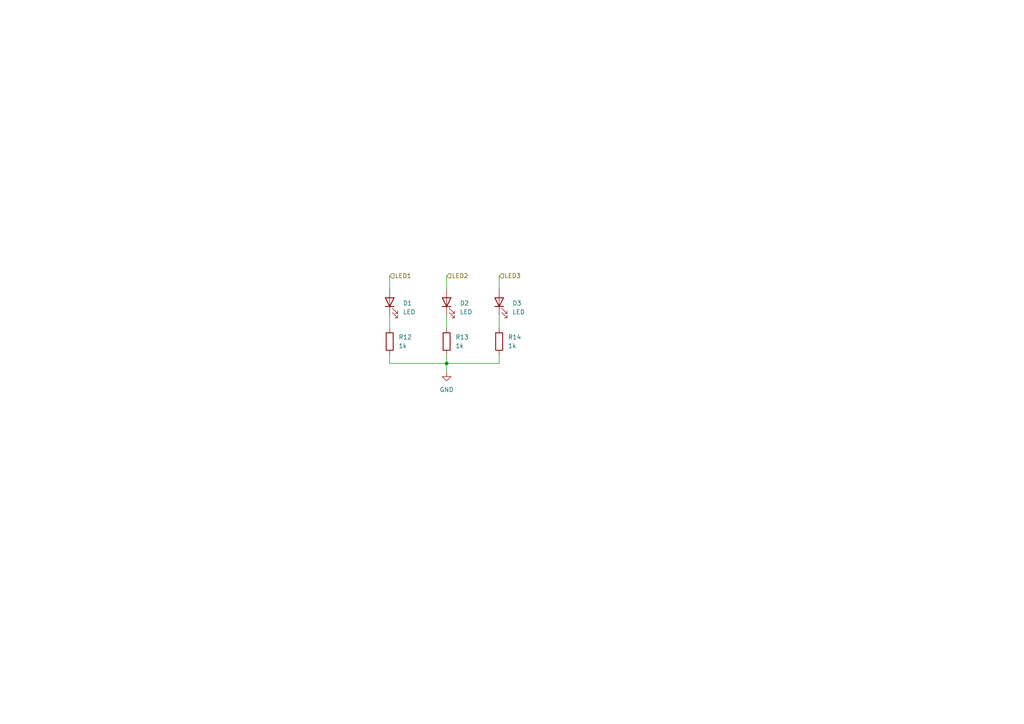
<source format=kicad_sch>
(kicad_sch (version 20231120) (generator "eeschema") (generator_version "8.0")
  (paper "A4")
  (lib_symbols
    (symbol "Device:LED" (pin_numbers hide) (pin_names (offset 1.016) hide)
      (property "Reference" "D" (at 0 2.54 0))
      (property "Value" "LED" (at 0 -2.54 0))
      (symbol "LED_0_1"
        (polyline (pts (xy -1.27 -1.27) (xy -1.27 1.27)) (stroke (width 0.254)))
        (polyline (pts (xy -1.27 0) (xy 1.27 0)))
        (polyline (pts (xy 1.27 -1.27) (xy 1.27 1.27) (xy -1.27 0) (xy 1.27 -1.27)) (stroke (width 0.254)))
        (polyline (pts (xy -3.048 -0.762) (xy -4.572 -2.286) (xy -3.81 -2.286) (xy -4.572 -2.286) (xy -4.572 -1.524)))
        (polyline (pts (xy -1.778 -0.762) (xy -3.302 -2.286) (xy -2.54 -2.286) (xy -3.302 -2.286) (xy -3.302 -1.524)))
      )
      (symbol "LED_1_1"
        (pin passive line (at -3.81 0 0) (length 2.54) (name "K") (number "1"))
        (pin passive line (at 3.81 0 180) (length 2.54) (name "A") (number "2"))
      )
    )
    (symbol "Device:R" (pin_numbers hide) (pin_names (offset 0))
      (property "Reference" "R" (at 2.032 0 90))
      (property "Value" "R" (at 0 0 90))
      (symbol "R_0_1"
        (rectangle (start -1.016 -2.54) (end 1.016 2.54) (stroke (width 0.254)))
      )
      (symbol "R_1_1"
        (pin passive line (at 0 3.81 270) (length 1.27) (name "~") (number "1"))
        (pin passive line (at 0 -3.81 90) (length 1.27) (name "~") (number "2"))
      )
    )
    (symbol "power:GND" (power) (pin_numbers hide) (pin_names (offset 0) hide)
      (property "Value" "GND" (at 0 -3.81 0))
      (symbol "GND_0_1"
        (polyline (pts (xy 0 0) (xy 0 -1.27) (xy 1.27 -1.27) (xy 0 -2.54) (xy -1.27 -1.27) (xy 0 -1.27)))
      )
      (symbol "GND_1_1"
        (pin power_in line (at 0 0 270) (length 0) (name "~") (number "1"))
      )
    )
  )
  (junction (at 129.54 105.41))
  (wire (pts (xy 129.54 105.41) (xy 129.54 102.87)))
  (wire (pts (xy 144.78 102.87) (xy 144.78 105.41)))
  (wire (pts (xy 129.54 80.01) (xy 129.54 83.82)))
  (wire (pts (xy 129.54 105.41) (xy 144.78 105.41)))
  (wire (pts (xy 144.78 80.01) (xy 144.78 83.82)))
  (wire (pts (xy 129.54 91.44) (xy 129.54 95.25)))
  (wire (pts (xy 113.03 91.44) (xy 113.03 95.25)))
  (wire (pts (xy 129.54 107.95) (xy 129.54 105.41)))
  (wire (pts (xy 113.03 80.01) (xy 113.03 83.82)))
  (wire (pts (xy 144.78 91.44) (xy 144.78 95.25)))
  (wire (pts (xy 113.03 102.87) (xy 113.03 105.41)))
  (wire (pts (xy 113.03 105.41) (xy 129.54 105.41)))
  (hierarchical_label "LED1" (shape input) (at 113.03 80.01 0))
  (hierarchical_label "LED3" (shape input) (at 144.78 80.01 0))
  (hierarchical_label "LED2" (shape input) (at 129.54 80.01 0))
  (symbol (lib_id "Device:LED") (at 129.54 87.63 90) (unit 1)
    (property "Reference" "D2" (at 133.35 87.9474 90) (effects (justify right)))
    (property "Value" "LED" (at 133.35 90.4874 90) (effects (justify right)))
    (property "Footprint" "LED_SMD:LED_0603_1608Metric_Pad1.05x0.95mm_HandSolder" (effects (hide yes)))
    (property "Description" "Light emitting diode" (effects (hide yes)))
  )
  (symbol (lib_id "Device:LED") (at 113.03 87.63 90) (unit 1)
    (property "Reference" "D1" (at 116.84 87.9474 90) (effects (justify right)))
    (property "Value" "LED" (at 116.84 90.4874 90) (effects (justify right)))
    (property "Footprint" "LED_SMD:LED_0603_1608Metric_Pad1.05x0.95mm_HandSolder" (effects (hide yes)))
    (property "Description" "Light emitting diode" (effects (hide yes)))
  )
  (symbol (lib_id "Device:R") (at 144.78 99.06 0) (unit 1)
    (property "Reference" "R14" (at 147.32 97.7899 0) (effects (justify left)))
    (property "Value" "1k" (at 147.32 100.3299 0) (effects (justify left)))
    (property "Description" "Resistor" (effects (hide yes)))
  )
  (symbol (lib_id "power:GND") (at 129.54 107.95 0) (unit 1)
    (property "Reference" "#PWR11" (effects (hide yes)))
    (property "Value" "GND" (at 129.54 113.03 0))
    (property "Description" "Power symbol creates a global label with name \"GND\" , ground" (effects (hide yes)))
  )
  (symbol (lib_id "Device:LED") (at 144.78 87.63 90) (unit 1)
    (property "Reference" "D3" (at 148.59 87.9474 90) (effects (justify right)))
    (property "Value" "LED" (at 148.59 90.4874 90) (effects (justify right)))
    (property "Footprint" "LED_SMD:LED_0603_1608Metric_Pad1.05x0.95mm_HandSolder" (effects (hide yes)))
    (property "Description" "Light emitting diode" (effects (hide yes)))
  )
  (symbol (lib_id "Device:R") (at 129.54 99.06 0) (unit 1)
    (property "Reference" "R13" (at 132.08 97.7899 0) (effects (justify left)))
    (property "Value" "1k" (at 132.08 100.3299 0) (effects (justify left)))
    (property "Description" "Resistor" (effects (hide yes)))
  )
  (symbol (lib_id "Device:R") (at 113.03 99.06 0) (unit 1)
    (property "Reference" "R12" (at 115.57 97.7899 0) (effects (justify left)))
    (property "Value" "1k" (at 115.57 100.3299 0) (effects (justify left)))
    (property "Description" "Resistor" (effects (hide yes)))
  )
)
</source>
